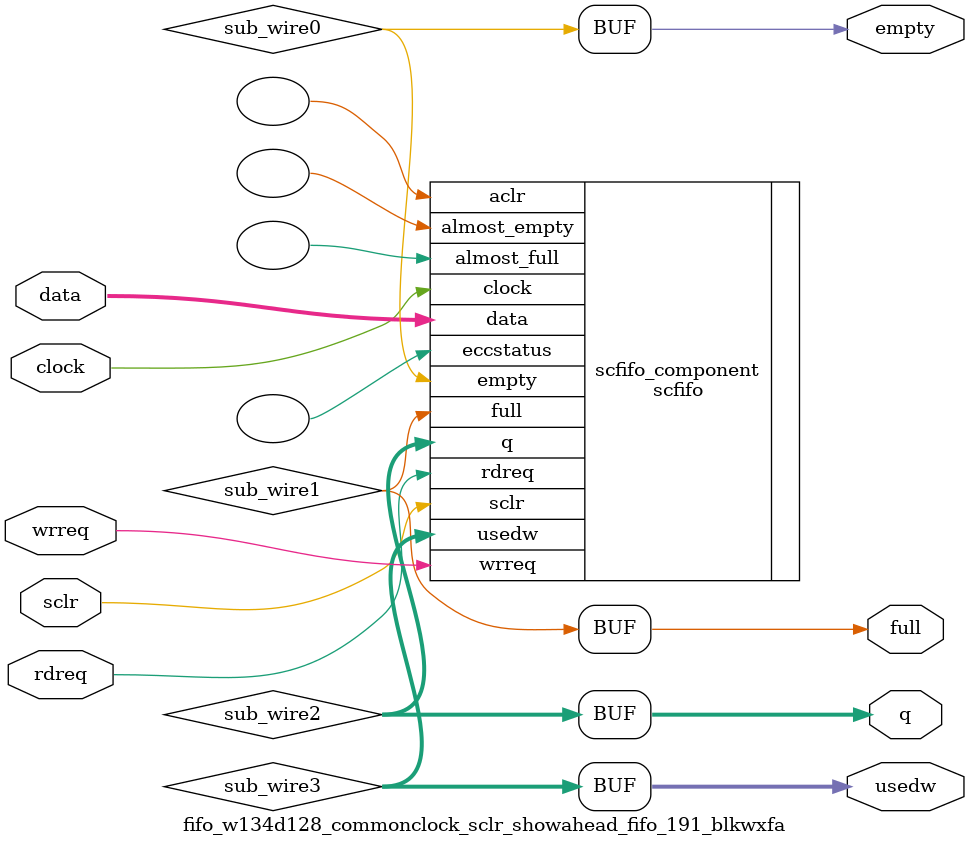
<source format=v>



`timescale 1 ps / 1 ps
// synopsys translate_on
module  fifo_w134d128_commonclock_sclr_showahead_fifo_191_blkwxfa  (
    clock,
    data,
    rdreq,
    sclr,
    wrreq,
    empty,
    full,
    q,
    usedw);

    input    clock;
    input  [133:0]  data;
    input    rdreq;
    input    sclr;
    input    wrreq;
    output   empty;
    output   full;
    output [133:0]  q;
    output [6:0]  usedw;

    wire  sub_wire0;
    wire  sub_wire1;
    wire [133:0] sub_wire2;
    wire [6:0] sub_wire3;
    wire  empty = sub_wire0;
    wire  full = sub_wire1;
    wire [133:0] q = sub_wire2[133:0];
    wire [6:0] usedw = sub_wire3[6:0];

    scfifo  scfifo_component (
                .clock (clock),
                .data (data),
                .rdreq (rdreq),
                .sclr (sclr),
                .wrreq (wrreq),
                .empty (sub_wire0),
                .full (sub_wire1),
                .q (sub_wire2),
                .usedw (sub_wire3),
                .aclr (),
                .almost_empty (),
                .almost_full (),
                .eccstatus ());
    defparam
        scfifo_component.add_ram_output_register  = "OFF",
        scfifo_component.enable_ecc  = "FALSE",
        scfifo_component.intended_device_family  = "Arria 10",
        scfifo_component.lpm_numwords  = 128,
        scfifo_component.lpm_showahead  = "ON",
        scfifo_component.lpm_type  = "scfifo",
        scfifo_component.lpm_width  = 134,
        scfifo_component.lpm_widthu  = 7,
        scfifo_component.overflow_checking  = "ON",
        scfifo_component.underflow_checking  = "ON",
        scfifo_component.use_eab  = "ON";


endmodule



</source>
